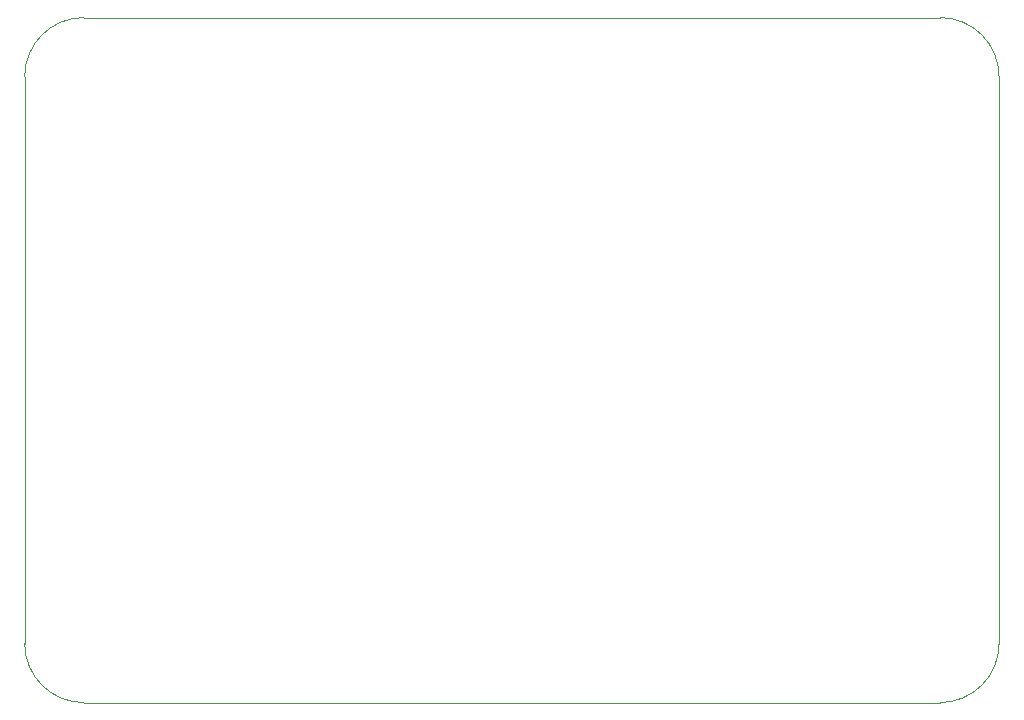
<source format=gm1>
%TF.GenerationSoftware,KiCad,Pcbnew,8.0.5*%
%TF.CreationDate,2024-10-03T12:10:16+09:00*%
%TF.ProjectId,air_test1,6169725f-7465-4737-9431-2e6b69636164,rev?*%
%TF.SameCoordinates,Original*%
%TF.FileFunction,Profile,NP*%
%FSLAX46Y46*%
G04 Gerber Fmt 4.6, Leading zero omitted, Abs format (unit mm)*
G04 Created by KiCad (PCBNEW 8.0.5) date 2024-10-03 12:10:16*
%MOMM*%
%LPD*%
G01*
G04 APERTURE LIST*
%TA.AperFunction,Profile*%
%ADD10C,0.050000*%
%TD*%
G04 APERTURE END LIST*
D10*
X83500000Y-125000000D02*
G75*
G02*
X78500000Y-120000000I0J5000000D01*
G01*
X156000000Y-67000000D02*
X83500000Y-67000000D01*
X78500000Y-72000000D02*
G75*
G02*
X83500000Y-67000000I5000000J0D01*
G01*
X161000000Y-120000000D02*
X161000000Y-72000000D01*
X161000000Y-120000000D02*
G75*
G02*
X156000000Y-125000000I-5000000J0D01*
G01*
X156000000Y-67000000D02*
G75*
G02*
X161000000Y-72000000I0J-5000000D01*
G01*
X78500000Y-72000000D02*
X78500000Y-120000000D01*
X83500000Y-125000000D02*
X156000000Y-125000000D01*
M02*

</source>
